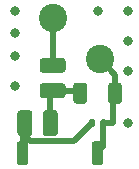
<source format=gbr>
%TF.GenerationSoftware,KiCad,Pcbnew,5.1.10*%
%TF.CreationDate,2022-04-07T11:19:01+02:00*%
%TF.ProjectId,filter01,66696c74-6572-4303-912e-6b696361645f,rev?*%
%TF.SameCoordinates,Original*%
%TF.FileFunction,Copper,L1,Top*%
%TF.FilePolarity,Positive*%
%FSLAX46Y46*%
G04 Gerber Fmt 4.6, Leading zero omitted, Abs format (unit mm)*
G04 Created by KiCad (PCBNEW 5.1.10) date 2022-04-07 11:19:01*
%MOMM*%
%LPD*%
G01*
G04 APERTURE LIST*
%TA.AperFunction,ComponentPad*%
%ADD10C,2.400000*%
%TD*%
%TA.AperFunction,ViaPad*%
%ADD11C,0.800000*%
%TD*%
%TA.AperFunction,Conductor*%
%ADD12C,0.500000*%
%TD*%
G04 APERTURE END LIST*
%TO.P,J5,1*%
%TO.N,Net-(C1-Pad2)*%
%TA.AperFunction,SMDPad,CuDef*%
G36*
G01*
X198890000Y-73140000D02*
X198890000Y-71640000D01*
G75*
G02*
X199140000Y-71390000I250000J0D01*
G01*
X199640000Y-71390000D01*
G75*
G02*
X199890000Y-71640000I0J-250000D01*
G01*
X199890000Y-73140000D01*
G75*
G02*
X199640000Y-73390000I-250000J0D01*
G01*
X199140000Y-73390000D01*
G75*
G02*
X198890000Y-73140000I0J250000D01*
G01*
G37*
%TD.AperFunction*%
%TD*%
%TO.P,J2,1*%
%TO.N,Net-(C1-Pad1)*%
%TA.AperFunction,SMDPad,CuDef*%
G36*
G01*
X192540000Y-73140000D02*
X192540000Y-71640000D01*
G75*
G02*
X192790000Y-71390000I250000J0D01*
G01*
X193290000Y-71390000D01*
G75*
G02*
X193540000Y-71640000I0J-250000D01*
G01*
X193540000Y-73140000D01*
G75*
G02*
X193290000Y-73390000I-250000J0D01*
G01*
X192790000Y-73390000D01*
G75*
G02*
X192540000Y-73140000I0J250000D01*
G01*
G37*
%TD.AperFunction*%
%TD*%
D10*
%TO.P,J4,1*%
%TO.N,Net-(C1-Pad2)*%
X199580000Y-64460000D03*
%TD*%
%TO.P,J3,1*%
%TO.N,Net-(J3-Pad1)*%
X195580000Y-60960000D03*
%TD*%
%TO.P,L2,2*%
%TO.N,Net-(J3-Pad1)*%
%TA.AperFunction,SMDPad,CuDef*%
G36*
G01*
X196430000Y-65590000D02*
X194730000Y-65590000D01*
G75*
G02*
X194480000Y-65340000I0J250000D01*
G01*
X194480000Y-64590000D01*
G75*
G02*
X194730000Y-64340000I250000J0D01*
G01*
X196430000Y-64340000D01*
G75*
G02*
X196680000Y-64590000I0J-250000D01*
G01*
X196680000Y-65340000D01*
G75*
G02*
X196430000Y-65590000I-250000J0D01*
G01*
G37*
%TD.AperFunction*%
%TO.P,L2,1*%
%TO.N,Net-(C2-Pad1)*%
%TA.AperFunction,SMDPad,CuDef*%
G36*
G01*
X196430000Y-67740000D02*
X194730000Y-67740000D01*
G75*
G02*
X194480000Y-67490000I0J250000D01*
G01*
X194480000Y-66740000D01*
G75*
G02*
X194730000Y-66490000I250000J0D01*
G01*
X196430000Y-66490000D01*
G75*
G02*
X196680000Y-66740000I0J-250000D01*
G01*
X196680000Y-67490000D01*
G75*
G02*
X196430000Y-67740000I-250000J0D01*
G01*
G37*
%TD.AperFunction*%
%TD*%
%TO.P,L1,2*%
%TO.N,Net-(C2-Pad1)*%
%TA.AperFunction,SMDPad,CuDef*%
G36*
G01*
X194760000Y-70700000D02*
X194760000Y-69000000D01*
G75*
G02*
X195010000Y-68750000I250000J0D01*
G01*
X195760000Y-68750000D01*
G75*
G02*
X196010000Y-69000000I0J-250000D01*
G01*
X196010000Y-70700000D01*
G75*
G02*
X195760000Y-70950000I-250000J0D01*
G01*
X195010000Y-70950000D01*
G75*
G02*
X194760000Y-70700000I0J250000D01*
G01*
G37*
%TD.AperFunction*%
%TO.P,L1,1*%
%TO.N,Net-(C1-Pad1)*%
%TA.AperFunction,SMDPad,CuDef*%
G36*
G01*
X192610000Y-70700000D02*
X192610000Y-69000000D01*
G75*
G02*
X192860000Y-68750000I250000J0D01*
G01*
X193610000Y-68750000D01*
G75*
G02*
X193860000Y-69000000I0J-250000D01*
G01*
X193860000Y-70700000D01*
G75*
G02*
X193610000Y-70950000I-250000J0D01*
G01*
X192860000Y-70950000D01*
G75*
G02*
X192610000Y-70700000I0J250000D01*
G01*
G37*
%TD.AperFunction*%
%TD*%
%TO.P,C2,2*%
%TO.N,Net-(C1-Pad2)*%
%TA.AperFunction,SMDPad,CuDef*%
G36*
G01*
X200290000Y-67960001D02*
X200290000Y-66659999D01*
G75*
G02*
X200539999Y-66410000I249999J0D01*
G01*
X201190001Y-66410000D01*
G75*
G02*
X201440000Y-66659999I0J-249999D01*
G01*
X201440000Y-67960001D01*
G75*
G02*
X201190001Y-68210000I-249999J0D01*
G01*
X200539999Y-68210000D01*
G75*
G02*
X200290000Y-67960001I0J249999D01*
G01*
G37*
%TD.AperFunction*%
%TO.P,C2,1*%
%TO.N,Net-(C2-Pad1)*%
%TA.AperFunction,SMDPad,CuDef*%
G36*
G01*
X197340000Y-67960001D02*
X197340000Y-66659999D01*
G75*
G02*
X197589999Y-66410000I249999J0D01*
G01*
X198240001Y-66410000D01*
G75*
G02*
X198490000Y-66659999I0J-249999D01*
G01*
X198490000Y-67960001D01*
G75*
G02*
X198240001Y-68210000I-249999J0D01*
G01*
X197589999Y-68210000D01*
G75*
G02*
X197340000Y-67960001I0J249999D01*
G01*
G37*
%TD.AperFunction*%
%TD*%
%TO.P,C1,1*%
%TO.N,Net-(C1-Pad1)*%
%TA.AperFunction,SMDPad,CuDef*%
G36*
G01*
X198630000Y-70020000D02*
X198630000Y-69680000D01*
G75*
G02*
X198770000Y-69540000I140000J0D01*
G01*
X199050000Y-69540000D01*
G75*
G02*
X199190000Y-69680000I0J-140000D01*
G01*
X199190000Y-70020000D01*
G75*
G02*
X199050000Y-70160000I-140000J0D01*
G01*
X198770000Y-70160000D01*
G75*
G02*
X198630000Y-70020000I0J140000D01*
G01*
G37*
%TD.AperFunction*%
%TO.P,C1,2*%
%TO.N,Net-(C1-Pad2)*%
%TA.AperFunction,SMDPad,CuDef*%
G36*
G01*
X199590000Y-70020000D02*
X199590000Y-69680000D01*
G75*
G02*
X199730000Y-69540000I140000J0D01*
G01*
X200010000Y-69540000D01*
G75*
G02*
X200150000Y-69680000I0J-140000D01*
G01*
X200150000Y-70020000D01*
G75*
G02*
X200010000Y-70160000I-140000J0D01*
G01*
X199730000Y-70160000D01*
G75*
G02*
X199590000Y-70020000I0J140000D01*
G01*
G37*
%TD.AperFunction*%
%TD*%
D11*
%TO.N,*%
X201930000Y-60325000D03*
X192405000Y-60325000D03*
X192405000Y-62230000D03*
X192405000Y-64135000D03*
X192405000Y-66675000D03*
X201930000Y-62865000D03*
X201930000Y-65405000D03*
X199390000Y-60325000D03*
X201930000Y-69850000D03*
%TD*%
D12*
%TO.N,Net-(C1-Pad2)*%
X199870000Y-69850000D02*
X200660000Y-69850000D01*
X200660000Y-67515000D02*
X200865000Y-67310000D01*
X200660000Y-69850000D02*
X200660000Y-67515000D01*
X200865000Y-65745000D02*
X199580000Y-64460000D01*
X200865000Y-67310000D02*
X200865000Y-65745000D01*
X199870000Y-69850000D02*
X199870000Y-71889990D01*
%TO.N,Net-(C1-Pad1)*%
X193685010Y-71400010D02*
X197359990Y-71400010D01*
X197359990Y-71400010D02*
X198910000Y-69850000D01*
X193235000Y-70950000D02*
X193685010Y-71400010D01*
X193235000Y-69850000D02*
X193235000Y-70950000D01*
X193040000Y-70045000D02*
X193235000Y-69850000D01*
X193040000Y-72390000D02*
X193040000Y-70045000D01*
%TO.N,Net-(C2-Pad1)*%
X195385000Y-67310000D02*
X195580000Y-67115000D01*
X195385000Y-69850000D02*
X195385000Y-67310000D01*
X197720000Y-67115000D02*
X197915000Y-67310000D01*
X195580000Y-67115000D02*
X197720000Y-67115000D01*
%TO.N,Net-(J3-Pad1)*%
X195580000Y-64965000D02*
X195580000Y-60960000D01*
%TD*%
M02*

</source>
